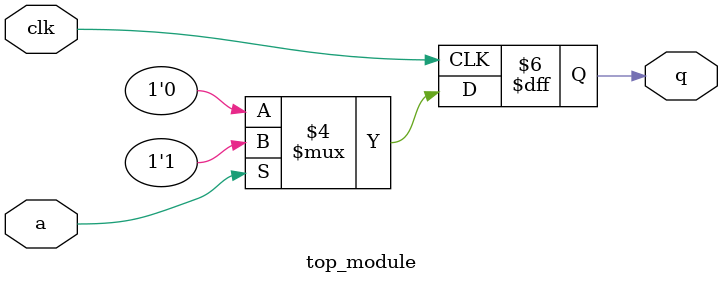
<source format=sv>
module top_module (
	input clk,
	input a, 
	output reg q
);

always @(posedge clk) begin
	if (a == 0)
		q <= 1'b0;
	else
		q <= 1'b1;
end

endmodule

</source>
